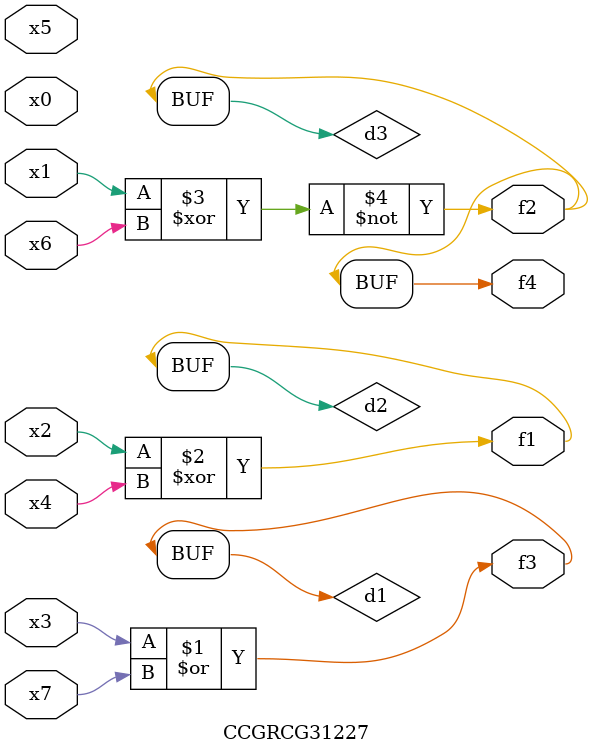
<source format=v>
module CCGRCG31227(
	input x0, x1, x2, x3, x4, x5, x6, x7,
	output f1, f2, f3, f4
);

	wire d1, d2, d3;

	or (d1, x3, x7);
	xor (d2, x2, x4);
	xnor (d3, x1, x6);
	assign f1 = d2;
	assign f2 = d3;
	assign f3 = d1;
	assign f4 = d3;
endmodule

</source>
